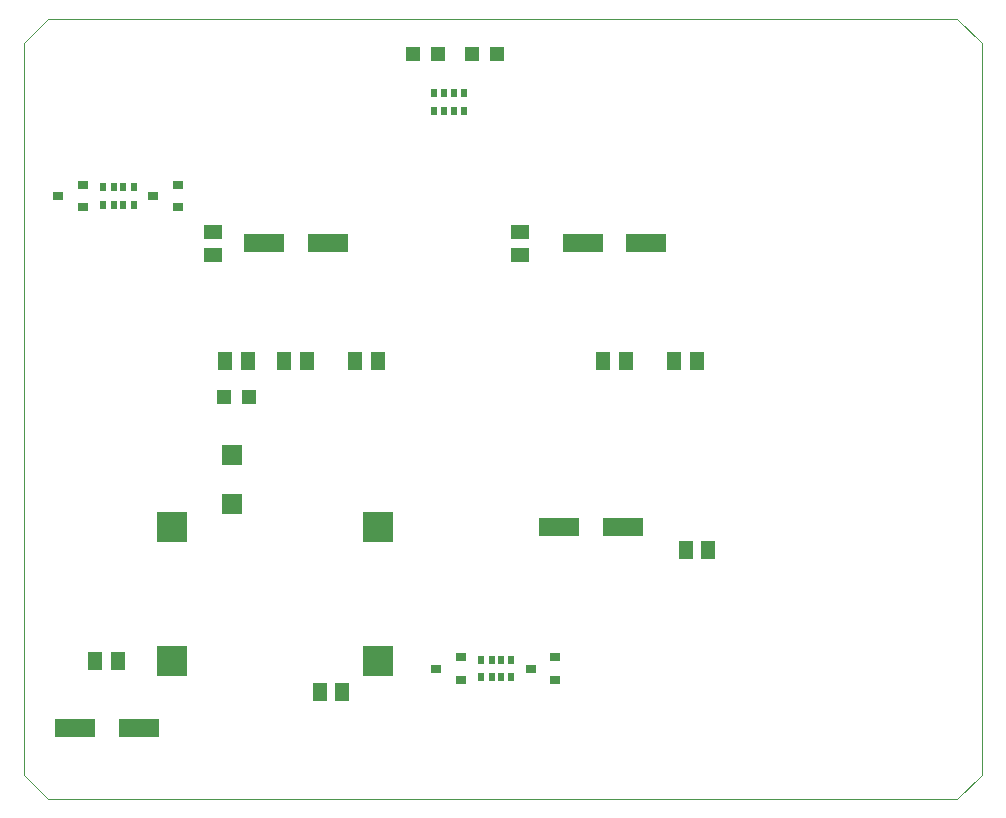
<source format=gtp>
G75*
%MOIN*%
%OFA0B0*%
%FSLAX25Y25*%
%IPPOS*%
%LPD*%
%AMOC8*
5,1,8,0,0,1.08239X$1,22.5*
%
%ADD10C,0.00000*%
%ADD11R,0.04724X0.04724*%
%ADD12R,0.05118X0.06299*%
%ADD13R,0.05906X0.05118*%
%ADD14R,0.13780X0.06299*%
%ADD15R,0.05118X0.05906*%
%ADD16R,0.10000X0.10000*%
%ADD17R,0.06693X0.07087*%
%ADD18R,0.03543X0.03150*%
%ADD19R,0.02362X0.03150*%
%ADD20R,0.01969X0.03150*%
D10*
X0001000Y0008874D02*
X0001000Y0252969D01*
X0008874Y0260843D01*
X0312024Y0260843D01*
X0320409Y0252969D01*
X0320409Y0008874D01*
X0312024Y0001000D01*
X0008874Y0001000D01*
X0001000Y0008874D01*
D11*
X0067732Y0134858D03*
X0076000Y0134858D03*
X0130724Y0249031D03*
X0138992Y0249031D03*
X0150409Y0249031D03*
X0158677Y0249031D03*
D12*
X0194110Y0146669D03*
X0201591Y0146669D03*
X0217732Y0146669D03*
X0225213Y0146669D03*
X0118913Y0146669D03*
X0111433Y0146669D03*
X0095291Y0146669D03*
X0087811Y0146669D03*
X0075606Y0146669D03*
X0068126Y0146669D03*
X0099622Y0036433D03*
X0107102Y0036433D03*
D13*
X0063992Y0182299D03*
X0063992Y0189780D03*
X0166354Y0189780D03*
X0166354Y0182299D03*
D14*
X0187220Y0186039D03*
X0208480Y0186039D03*
X0200606Y0091551D03*
X0179346Y0091551D03*
X0102181Y0186039D03*
X0080921Y0186039D03*
X0039189Y0024622D03*
X0017929Y0024622D03*
D15*
X0024819Y0046669D03*
X0032299Y0046669D03*
X0221669Y0083677D03*
X0229150Y0083677D03*
D16*
X0119110Y0091551D03*
X0119110Y0046669D03*
X0050213Y0046669D03*
X0050213Y0091551D03*
D17*
X0070291Y0099228D03*
X0070291Y0115370D03*
D18*
X0138402Y0044307D03*
X0146669Y0040567D03*
X0146669Y0048047D03*
X0169898Y0044307D03*
X0178165Y0040567D03*
X0178165Y0048047D03*
X0052181Y0198047D03*
X0052181Y0205528D03*
X0043913Y0201787D03*
X0020685Y0198047D03*
X0020685Y0205528D03*
X0012417Y0201787D03*
D19*
X0027476Y0198835D03*
X0027476Y0204740D03*
X0037516Y0204740D03*
X0037516Y0198835D03*
X0137713Y0230331D03*
X0137713Y0236236D03*
X0147752Y0236236D03*
X0147752Y0230331D03*
X0153461Y0047260D03*
X0153461Y0041354D03*
X0163500Y0041354D03*
X0163500Y0047260D03*
D20*
X0160055Y0047260D03*
X0156906Y0047260D03*
X0156906Y0041354D03*
X0160055Y0041354D03*
X0034071Y0198835D03*
X0030921Y0198835D03*
X0030921Y0204740D03*
X0034071Y0204740D03*
X0141157Y0230331D03*
X0144307Y0230331D03*
X0144307Y0236236D03*
X0141157Y0236236D03*
M02*

</source>
